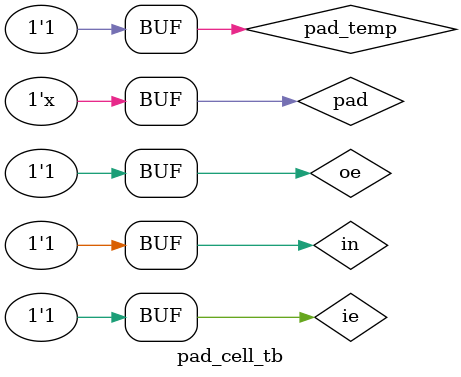
<source format=v>
module pad_cell_tb;

    reg ie, oe, in;
    wire out, pad;
    reg pad_temp;

 
    pad_cell uut (
        .out(out),
        .in(in),
        .ie(ie),
        .oe(oe),
        .pad(pad)
    );

    assign pad = (ie == 1 && oe == 0) ? pad_temp : 1'bz;

    initial begin
    
        ie = 1; oe = 0; pad_temp = 1;
        #10;
        pad_temp = 0;
        #10;
        pad_temp = 1;
        #10;

        ie = 0; oe = 1; in = 0;
        #10;
        in = 1;
        #10;

        ie = 1; oe = 1; pad_temp = 0;
        #10;
        pad_temp = 1;
        #10;

       
        ie = 1; oe = 1; in = 0;
        #10;
        in = 1;
        #10;
    end

endmodule

</source>
